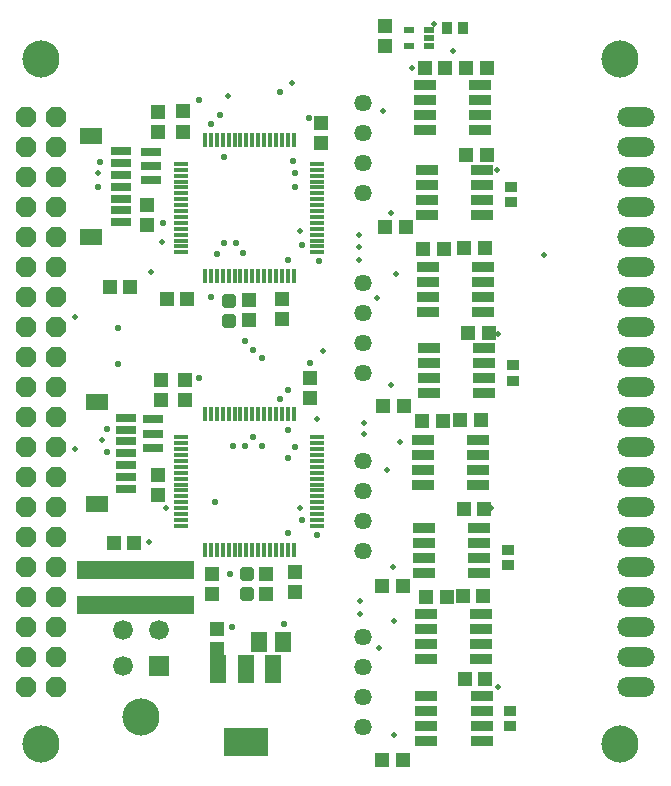
<source format=gts>
G04*
G04 #@! TF.GenerationSoftware,Altium Limited,Altium Designer,23.7.1 (13)*
G04*
G04 Layer_Color=8388736*
%FSLAX25Y25*%
%MOIN*%
G70*
G04*
G04 #@! TF.SameCoordinates,D29FC0A6-615C-4A1E-A78D-E47FA92DE2CD*
G04*
G04*
G04 #@! TF.FilePolarity,Negative*
G04*
G01*
G75*
%ADD30R,0.03347X0.04134*%
%ADD31R,0.07678X0.05315*%
%ADD32R,0.06693X0.02953*%
%ADD33R,0.08465X0.06497*%
%ADD34R,0.04528X0.04922*%
%ADD35R,0.03347X0.02166*%
%ADD36R,0.04725X0.04843*%
%ADD37R,0.07599X0.03426*%
%ADD38R,0.05709X0.06890*%
%ADD39R,0.14764X0.09252*%
%ADD40R,0.05390X0.09390*%
%ADD41R,0.04134X0.03347*%
%ADD42R,0.06890X0.02953*%
%ADD43R,0.04922X0.04528*%
G04:AMPARAMS|DCode=44|XSize=45.28mil|YSize=45.28mil|CornerRadius=8.86mil|HoleSize=0mil|Usage=FLASHONLY|Rotation=0.000|XOffset=0mil|YOffset=0mil|HoleType=Round|Shape=RoundedRectangle|*
%AMROUNDEDRECTD44*
21,1,0.04528,0.02756,0,0,0.0*
21,1,0.02756,0.04528,0,0,0.0*
1,1,0.01772,0.01378,-0.01378*
1,1,0.01772,-0.01378,-0.01378*
1,1,0.01772,-0.01378,0.01378*
1,1,0.01772,0.01378,0.01378*
%
%ADD44ROUNDEDRECTD44*%
%ADD45R,0.04922X0.04528*%
%ADD46R,0.01457X0.04528*%
%ADD47R,0.04528X0.01457*%
%ADD48C,0.12402*%
G04:AMPARAMS|DCode=49|XSize=65.91mil|YSize=65.91mil|CornerRadius=0mil|HoleSize=0mil|Usage=FLASHONLY|Rotation=90.000|XOffset=0mil|YOffset=0mil|HoleType=Round|Shape=Octagon|*
%AMOCTAGOND49*
4,1,8,0.01648,0.03295,-0.01648,0.03295,-0.03295,0.01648,-0.03295,-0.01648,-0.01648,-0.03295,0.01648,-0.03295,0.03295,-0.01648,0.03295,0.01648,0.01648,0.03295,0.0*
%
%ADD49OCTAGOND49*%

%ADD50O,0.12591X0.06591*%
%ADD51C,0.05741*%
%ADD52C,0.06615*%
%ADD53R,0.06615X0.06615*%
%ADD54C,0.01981*%
%ADD55C,0.02178*%
D30*
X149252Y252598D02*
D03*
X154370D02*
D03*
D31*
X30473Y182756D02*
D03*
Y216614D02*
D03*
X32363Y93937D02*
D03*
Y127795D02*
D03*
D32*
X40414Y211496D02*
D03*
Y207559D02*
D03*
Y203622D02*
D03*
Y199685D02*
D03*
Y195748D02*
D03*
Y191811D02*
D03*
Y187874D02*
D03*
X42304Y122677D02*
D03*
Y118740D02*
D03*
Y114803D02*
D03*
Y110866D02*
D03*
Y106929D02*
D03*
Y102992D02*
D03*
Y99055D02*
D03*
D33*
X29724Y72008D02*
D03*
Y60196D02*
D03*
X37598Y72008D02*
D03*
Y60196D02*
D03*
X45472Y72008D02*
D03*
Y60196D02*
D03*
X60906Y72008D02*
D03*
Y60196D02*
D03*
X53032Y72008D02*
D03*
Y60196D02*
D03*
D34*
X128386Y253346D02*
D03*
Y246654D02*
D03*
X72520Y52362D02*
D03*
Y45670D02*
D03*
X49055Y193700D02*
D03*
Y187008D02*
D03*
X107126Y220905D02*
D03*
Y214213D02*
D03*
X61142Y224763D02*
D03*
Y218071D02*
D03*
X52717Y224724D02*
D03*
Y218032D02*
D03*
X94252Y162401D02*
D03*
Y155709D02*
D03*
X52677Y103622D02*
D03*
Y96930D02*
D03*
X70866Y70511D02*
D03*
Y63819D02*
D03*
X103386Y135944D02*
D03*
Y129252D02*
D03*
X61693Y135236D02*
D03*
Y128544D02*
D03*
X53898Y135236D02*
D03*
Y128544D02*
D03*
X98504Y71259D02*
D03*
Y64567D02*
D03*
D35*
X136418Y246654D02*
D03*
Y251772D02*
D03*
X143110D02*
D03*
Y249213D02*
D03*
Y246654D02*
D03*
D36*
X161280Y63189D02*
D03*
X154390D02*
D03*
X160532Y122047D02*
D03*
X153642D02*
D03*
X162539Y239213D02*
D03*
X155649D02*
D03*
X161673Y179094D02*
D03*
X154783D02*
D03*
X161595Y92165D02*
D03*
X154705D02*
D03*
X163130Y150787D02*
D03*
X156240D02*
D03*
X162500Y210197D02*
D03*
X155610D02*
D03*
X161949Y35433D02*
D03*
X155059D02*
D03*
X128563Y186142D02*
D03*
X135453D02*
D03*
X148602Y239409D02*
D03*
X141712D02*
D03*
X127933Y126654D02*
D03*
X134823D02*
D03*
X148169Y178937D02*
D03*
X141279D02*
D03*
X127500Y66535D02*
D03*
X134390D02*
D03*
X147854Y121614D02*
D03*
X140964D02*
D03*
X127618Y8583D02*
D03*
X134508D02*
D03*
X149036Y63032D02*
D03*
X142146D02*
D03*
D37*
X160197Y218720D02*
D03*
Y223720D02*
D03*
Y233720D02*
D03*
X141693Y218720D02*
D03*
Y223720D02*
D03*
Y233720D02*
D03*
X160197Y228720D02*
D03*
X141693D02*
D03*
X159567Y100413D02*
D03*
Y105413D02*
D03*
Y115413D02*
D03*
X141063Y100413D02*
D03*
Y105413D02*
D03*
Y115413D02*
D03*
X159567Y110413D02*
D03*
X141063D02*
D03*
X161181Y157854D02*
D03*
Y162854D02*
D03*
Y172854D02*
D03*
X142677Y157854D02*
D03*
Y162854D02*
D03*
Y172854D02*
D03*
X161181Y167854D02*
D03*
X142677D02*
D03*
X160551Y42343D02*
D03*
Y47343D02*
D03*
Y57343D02*
D03*
X142047Y42343D02*
D03*
Y47343D02*
D03*
Y57343D02*
D03*
X160551Y52343D02*
D03*
X142047D02*
D03*
X160866Y190177D02*
D03*
Y195177D02*
D03*
Y205177D02*
D03*
X142362Y190177D02*
D03*
Y195177D02*
D03*
Y205177D02*
D03*
X160866Y200177D02*
D03*
X142362D02*
D03*
X161496Y130768D02*
D03*
Y135768D02*
D03*
Y145768D02*
D03*
X142992Y130768D02*
D03*
Y135768D02*
D03*
Y145768D02*
D03*
X161496Y140768D02*
D03*
X142992D02*
D03*
X159882Y70886D02*
D03*
Y75886D02*
D03*
Y85886D02*
D03*
X141378Y70886D02*
D03*
Y75886D02*
D03*
Y85886D02*
D03*
X159882Y80886D02*
D03*
X141378D02*
D03*
X160787Y14783D02*
D03*
Y19783D02*
D03*
Y29783D02*
D03*
X142283Y14783D02*
D03*
Y19783D02*
D03*
Y29783D02*
D03*
X160787Y24783D02*
D03*
X142283D02*
D03*
D38*
X94370Y47835D02*
D03*
X86496D02*
D03*
D39*
X82008Y14453D02*
D03*
D40*
X72910Y38855D02*
D03*
X82008D02*
D03*
X91106D02*
D03*
D41*
X170591Y199606D02*
D03*
Y194488D02*
D03*
X171220Y140197D02*
D03*
Y135079D02*
D03*
X169331Y78701D02*
D03*
Y73583D02*
D03*
X170236Y24921D02*
D03*
Y19803D02*
D03*
D42*
X50433Y201772D02*
D03*
Y206496D02*
D03*
Y211220D02*
D03*
X51063Y112638D02*
D03*
Y117362D02*
D03*
Y122086D02*
D03*
D43*
X83150Y161850D02*
D03*
Y155158D02*
D03*
X88661Y70629D02*
D03*
Y63937D02*
D03*
D44*
X76339Y154815D02*
D03*
Y161721D02*
D03*
X82402Y63830D02*
D03*
Y70736D02*
D03*
D45*
X62519Y162244D02*
D03*
X55827D02*
D03*
X43543Y166220D02*
D03*
X36851D02*
D03*
X44763Y80984D02*
D03*
X38071D02*
D03*
D46*
X80315Y215197D02*
D03*
X76378D02*
D03*
X72441D02*
D03*
X68504D02*
D03*
X70473D02*
D03*
X74410D02*
D03*
X78347D02*
D03*
X98032D02*
D03*
X94095D02*
D03*
X90158D02*
D03*
X86221D02*
D03*
X96063D02*
D03*
X92126D02*
D03*
X88189D02*
D03*
X82284D02*
D03*
X84252D02*
D03*
X86221Y169921D02*
D03*
X90158D02*
D03*
X94095D02*
D03*
X98032D02*
D03*
X96063D02*
D03*
X92126D02*
D03*
X88189D02*
D03*
X68504D02*
D03*
X72441D02*
D03*
X76378D02*
D03*
X80315D02*
D03*
X70473D02*
D03*
X74410D02*
D03*
X78347D02*
D03*
X84252D02*
D03*
X82284D02*
D03*
X80315Y124016D02*
D03*
X76378D02*
D03*
X72441D02*
D03*
X68504D02*
D03*
X70473D02*
D03*
X74410D02*
D03*
X78347D02*
D03*
X98032D02*
D03*
X94095D02*
D03*
X90158D02*
D03*
X86221D02*
D03*
X96063D02*
D03*
X92126D02*
D03*
X88189D02*
D03*
X82284D02*
D03*
X84252D02*
D03*
X86221Y78740D02*
D03*
X90158D02*
D03*
X94095D02*
D03*
X98032D02*
D03*
X96063D02*
D03*
X92126D02*
D03*
X88189D02*
D03*
X68504D02*
D03*
X72441D02*
D03*
X76378D02*
D03*
X80315D02*
D03*
X70473D02*
D03*
X74410D02*
D03*
X78347D02*
D03*
X84252D02*
D03*
X82284D02*
D03*
D47*
X105906Y195512D02*
D03*
Y199449D02*
D03*
Y203386D02*
D03*
Y207323D02*
D03*
Y205354D02*
D03*
Y201417D02*
D03*
Y197480D02*
D03*
Y177795D02*
D03*
Y181732D02*
D03*
Y185669D02*
D03*
Y189606D02*
D03*
Y179764D02*
D03*
Y183701D02*
D03*
Y187638D02*
D03*
Y193543D02*
D03*
Y191575D02*
D03*
X60630Y189606D02*
D03*
Y185669D02*
D03*
Y181732D02*
D03*
Y177795D02*
D03*
Y179764D02*
D03*
Y183701D02*
D03*
Y187638D02*
D03*
Y207323D02*
D03*
Y203386D02*
D03*
Y199449D02*
D03*
Y195512D02*
D03*
Y205354D02*
D03*
Y201417D02*
D03*
Y197480D02*
D03*
Y191575D02*
D03*
Y193543D02*
D03*
X105906Y104331D02*
D03*
Y108268D02*
D03*
Y112205D02*
D03*
Y116142D02*
D03*
Y114173D02*
D03*
Y110236D02*
D03*
Y106299D02*
D03*
Y86614D02*
D03*
Y90551D02*
D03*
Y94488D02*
D03*
Y98425D02*
D03*
Y88583D02*
D03*
Y92520D02*
D03*
Y96457D02*
D03*
Y102362D02*
D03*
Y100394D02*
D03*
X60630Y98425D02*
D03*
Y94488D02*
D03*
Y90551D02*
D03*
Y86614D02*
D03*
Y88583D02*
D03*
Y92520D02*
D03*
Y96457D02*
D03*
Y116142D02*
D03*
Y112205D02*
D03*
Y108268D02*
D03*
Y104331D02*
D03*
Y114173D02*
D03*
Y110236D02*
D03*
Y106299D02*
D03*
Y100394D02*
D03*
Y102362D02*
D03*
D48*
X47205Y22992D02*
D03*
X206692Y13780D02*
D03*
Y242126D02*
D03*
X13779D02*
D03*
Y13780D02*
D03*
D49*
X18779Y32953D02*
D03*
X8779D02*
D03*
X18779Y42953D02*
D03*
X8779D02*
D03*
X18779Y52953D02*
D03*
X8779D02*
D03*
X18779Y62953D02*
D03*
X8779D02*
D03*
X18779Y72953D02*
D03*
X8779D02*
D03*
X18779Y82953D02*
D03*
X8779D02*
D03*
X18779Y92953D02*
D03*
X8779D02*
D03*
X18779Y102953D02*
D03*
X8779D02*
D03*
X18779Y112953D02*
D03*
X8779D02*
D03*
X18779Y122953D02*
D03*
X8779D02*
D03*
X18779Y132953D02*
D03*
X8779D02*
D03*
X18779Y142953D02*
D03*
X8779D02*
D03*
X18779Y152953D02*
D03*
X8779D02*
D03*
X18779Y162953D02*
D03*
X8779D02*
D03*
X18779Y172953D02*
D03*
X8779D02*
D03*
X18779Y182953D02*
D03*
X8779D02*
D03*
X18779Y192953D02*
D03*
X8779D02*
D03*
X18779Y202953D02*
D03*
X8779D02*
D03*
X18779Y212953D02*
D03*
X8779D02*
D03*
X18779Y222953D02*
D03*
X8779D02*
D03*
D50*
X212283Y32874D02*
D03*
Y42874D02*
D03*
Y52874D02*
D03*
Y62874D02*
D03*
Y72874D02*
D03*
Y82874D02*
D03*
Y92874D02*
D03*
Y102874D02*
D03*
Y112874D02*
D03*
Y122874D02*
D03*
Y132874D02*
D03*
Y142874D02*
D03*
Y152874D02*
D03*
Y162874D02*
D03*
Y172874D02*
D03*
Y182874D02*
D03*
Y192874D02*
D03*
Y202874D02*
D03*
Y212874D02*
D03*
Y222874D02*
D03*
D51*
X121181Y197598D02*
D03*
Y207598D02*
D03*
Y217598D02*
D03*
Y227598D02*
D03*
Y137559D02*
D03*
Y147559D02*
D03*
Y157559D02*
D03*
Y167559D02*
D03*
Y78150D02*
D03*
Y88150D02*
D03*
Y98150D02*
D03*
Y108150D02*
D03*
Y19449D02*
D03*
Y29449D02*
D03*
Y39449D02*
D03*
Y49449D02*
D03*
D52*
X41299Y51811D02*
D03*
Y40000D02*
D03*
X53111Y51811D02*
D03*
D53*
Y40000D02*
D03*
D54*
X119921Y183701D02*
D03*
X181417Y177008D02*
D03*
X105827Y122205D02*
D03*
X107717Y144882D02*
D03*
X100118Y185039D02*
D03*
Y92598D02*
D03*
X25197Y112126D02*
D03*
Y156220D02*
D03*
X120315Y61732D02*
D03*
Y57323D02*
D03*
X121575Y120945D02*
D03*
Y117165D02*
D03*
X119685Y179528D02*
D03*
Y175118D02*
D03*
X97638Y234331D02*
D03*
X76220Y229921D02*
D03*
X130394Y190866D02*
D03*
X165669Y205354D02*
D03*
X166299Y150551D02*
D03*
X130394Y133543D02*
D03*
X131024Y73071D02*
D03*
X163780Y92598D02*
D03*
X131654Y17008D02*
D03*
X166299Y32756D02*
D03*
X126614Y45984D02*
D03*
X131654Y54803D02*
D03*
X133543Y114646D02*
D03*
X129134Y105197D02*
D03*
X125984Y162520D02*
D03*
X132283Y170709D02*
D03*
X137323Y239370D02*
D03*
X127874Y224882D02*
D03*
X54173Y181417D02*
D03*
X50394Y171339D02*
D03*
X55433Y92598D02*
D03*
X49764Y81260D02*
D03*
X144882Y253858D02*
D03*
X151181Y245039D02*
D03*
X34016Y115276D02*
D03*
X32756Y204094D02*
D03*
D55*
X39370Y152559D02*
D03*
X72362Y177244D02*
D03*
X96260Y109331D02*
D03*
X35709Y111181D02*
D03*
X96063Y118583D02*
D03*
X35709Y119055D02*
D03*
X98386Y199606D02*
D03*
X32835Y199449D02*
D03*
X97756Y208307D02*
D03*
X33465Y207953D02*
D03*
X100748Y88583D02*
D03*
X105787Y83661D02*
D03*
X96063Y131890D02*
D03*
X93386Y128937D02*
D03*
X100748Y180394D02*
D03*
X106417Y174843D02*
D03*
X93504Y231299D02*
D03*
X73425Y223425D02*
D03*
X81693Y148346D02*
D03*
Y113189D02*
D03*
X74764Y181024D02*
D03*
X84646Y145394D02*
D03*
X78976Y180827D02*
D03*
X84646Y116142D02*
D03*
X87598Y142717D02*
D03*
X81299Y177441D02*
D03*
X87598Y113189D02*
D03*
X39370Y140748D02*
D03*
X77756Y113189D02*
D03*
X57244Y73228D02*
D03*
X49055Y72598D02*
D03*
X41496Y73228D02*
D03*
X33307D02*
D03*
X77362Y52835D02*
D03*
X94685Y53858D02*
D03*
X74843Y209567D02*
D03*
X66614Y135827D02*
D03*
X103543Y141063D02*
D03*
X98465Y112913D02*
D03*
X71850Y94488D02*
D03*
X96063Y84291D02*
D03*
X76772Y70709D02*
D03*
X96063Y175197D02*
D03*
X70472Y163032D02*
D03*
X54567Y187559D02*
D03*
X103189Y222441D02*
D03*
X66535Y228543D02*
D03*
X70472Y220472D02*
D03*
X98504Y204094D02*
D03*
M02*

</source>
